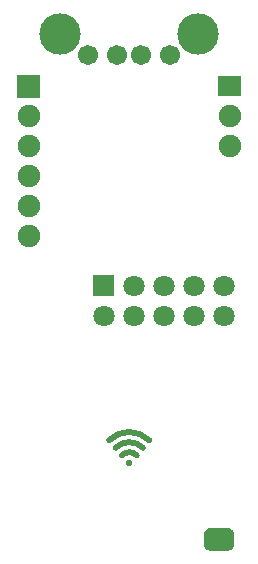
<source format=gbs>
G04 Layer: BottomSolderMaskLayer*
G04 EasyEDA v6.4.25, 2021-09-19T13:56:21+08:00*
G04 cf7ef8cfdd7b4478b9a214f7d578d54c,d03eed67808b488db07f83a96349b93e,10*
G04 Gerber Generator version 0.2*
G04 Scale: 100 percent, Rotated: No, Reflected: No *
G04 Dimensions in inches *
G04 leading zeros omitted , absolute positions ,3 integer and 6 decimal *
%FSLAX36Y36*%
%MOIN*%

%ADD36C,0.0749*%
%ADD40C,0.0709*%
%ADD41C,0.0670*%
%ADD42C,0.1379*%
%ADD51C,0.0197*%

%LPD*%
G36*
X400000Y-1544060D02*
G01*
X398120Y-1544240D01*
X396280Y-1544720D01*
X394560Y-1545540D01*
X393760Y-1546040D01*
X392299Y-1547280D01*
X391100Y-1548740D01*
X390160Y-1550380D01*
X389520Y-1552180D01*
X389200Y-1554040D01*
X389200Y-1555940D01*
X389520Y-1557820D01*
X390160Y-1559620D01*
X391100Y-1561260D01*
X392299Y-1562720D01*
X393760Y-1563940D01*
X395400Y-1564900D01*
X397180Y-1565560D01*
X399060Y-1565880D01*
X400000Y-1565940D01*
X401900Y-1565760D01*
X402819Y-1565560D01*
X404600Y-1564900D01*
X406240Y-1563940D01*
X407700Y-1562720D01*
X408900Y-1561260D01*
X409420Y-1560460D01*
X410200Y-1558720D01*
X410680Y-1556900D01*
X410820Y-1555000D01*
X410800Y-1554040D01*
X410480Y-1552180D01*
X409840Y-1550380D01*
X409420Y-1549540D01*
X408340Y-1547980D01*
X407000Y-1546639D01*
X406240Y-1546040D01*
X404600Y-1545100D01*
X403720Y-1544720D01*
X401900Y-1544240D01*
X400959Y-1544100D01*
G37*
G36*
X670000Y-1772500D02*
G01*
X667400Y-1772680D01*
X666100Y-1772880D01*
X663580Y-1773560D01*
X661160Y-1774560D01*
X658880Y-1775860D01*
X656820Y-1777460D01*
X654960Y-1779319D01*
X653379Y-1781380D01*
X652060Y-1783660D01*
X651060Y-1786080D01*
X650380Y-1788600D01*
X650040Y-1791200D01*
X650000Y-1827500D01*
X650180Y-1830100D01*
X650380Y-1831399D01*
X651060Y-1833920D01*
X652060Y-1836339D01*
X653379Y-1838620D01*
X654960Y-1840680D01*
X656820Y-1842540D01*
X658880Y-1844120D01*
X661160Y-1845440D01*
X663580Y-1846440D01*
X666100Y-1847120D01*
X668700Y-1847460D01*
X730000Y-1847500D01*
X732620Y-1847320D01*
X735180Y-1846819D01*
X737660Y-1845980D01*
X740000Y-1844820D01*
X742180Y-1843360D01*
X744140Y-1841639D01*
X745860Y-1839680D01*
X746640Y-1838620D01*
X747940Y-1836339D01*
X748940Y-1833920D01*
X749620Y-1831399D01*
X749960Y-1828800D01*
X750000Y-1792500D01*
X749820Y-1789880D01*
X749320Y-1787320D01*
X748480Y-1784840D01*
X747320Y-1782500D01*
X746640Y-1781380D01*
X745040Y-1779319D01*
X743180Y-1777460D01*
X741120Y-1775860D01*
X738840Y-1774560D01*
X736420Y-1773560D01*
X733900Y-1772880D01*
X731300Y-1772540D01*
G37*
D36*
G01*
X65000Y-800000D03*
G01*
X65000Y-700000D03*
G01*
X65000Y-600000D03*
G01*
X65000Y-500000D03*
G01*
X65000Y-400000D03*
G36*
X27600Y-337399D02*
G01*
X27600Y-262600D01*
X102399Y-262600D01*
X102399Y-337399D01*
G37*
G01*
X735000Y-500000D03*
G01*
X735000Y-400000D03*
G36*
X697600Y-333000D02*
G01*
X697600Y-266999D01*
X772399Y-266999D01*
X772399Y-333000D01*
G37*
G36*
X279499Y-1000500D02*
G01*
X279499Y-929499D01*
X350500Y-929499D01*
X350500Y-1000500D01*
G37*
D40*
G01*
X315000Y-1065000D03*
G01*
X415000Y-965000D03*
G01*
X415000Y-1065000D03*
G01*
X515000Y-965000D03*
G01*
X515000Y-1065000D03*
G01*
X615000Y-965000D03*
G01*
X615000Y-1065000D03*
G01*
X715000Y-965000D03*
G01*
X715000Y-1065000D03*
D41*
G01*
X537800Y-195439D03*
G01*
X439380Y-195430D03*
G01*
X360639Y-195430D03*
G01*
X262210Y-194529D03*
D42*
G01*
X630320Y-124560D03*
G01*
X169690Y-124560D03*
D51*
G75*
G01*
X425000Y-1530000D02*
G03*
X375503Y-1530000I-24749J-24749D01*
G75*
G01*
X446214Y-1505000D02*
G03*
X354291Y-1505000I-45962J-45962D01*
G75*
G01*
X467427Y-1480000D02*
G03*
X333076Y-1480000I-67176J-67175D01*
M02*

</source>
